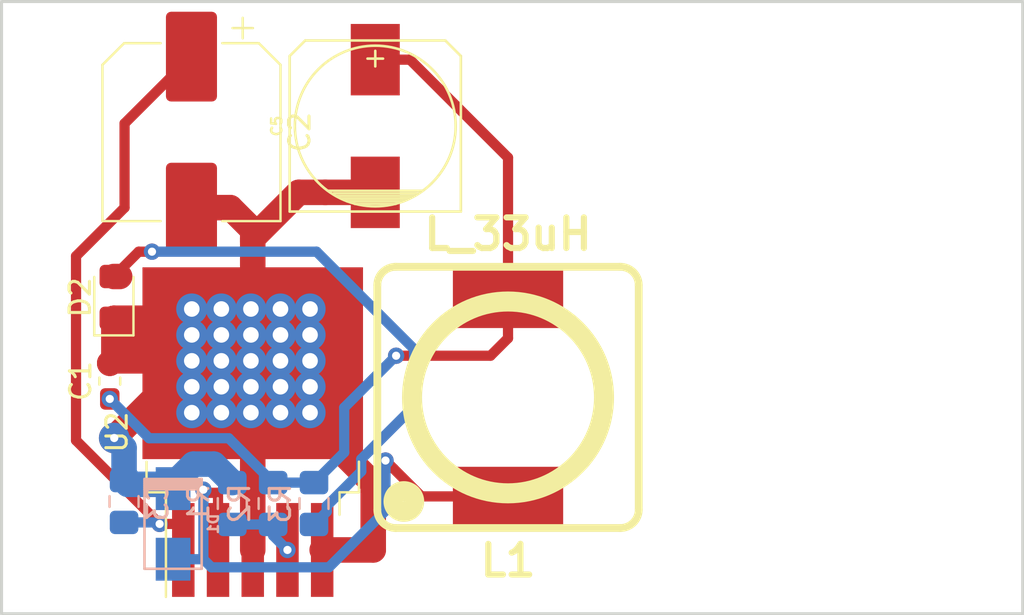
<source format=kicad_pcb>
(kicad_pcb (version 20171130) (host pcbnew 5.0.2-bee76a0~70~ubuntu18.04.1)

  (general
    (thickness 1.6)
    (drawings 4)
    (tracks 105)
    (zones 0)
    (modules 11)
    (nets 7)
  )

  (page A4)
  (layers
    (0 F.Cu signal)
    (31 B.Cu signal)
    (32 B.Adhes user)
    (33 F.Adhes user)
    (34 B.Paste user)
    (35 F.Paste user)
    (36 B.SilkS user)
    (37 F.SilkS user)
    (38 B.Mask user)
    (39 F.Mask user)
    (40 Dwgs.User user)
    (41 Cmts.User user)
    (42 Eco1.User user)
    (43 Eco2.User user)
    (44 Edge.Cuts user)
    (45 Margin user)
    (46 B.CrtYd user)
    (47 F.CrtYd user)
    (48 B.Fab user)
    (49 F.Fab user)
  )

  (setup
    (last_trace_width 0.5)
    (trace_clearance 0.2)
    (zone_clearance 0.508)
    (zone_45_only no)
    (trace_min 0.2)
    (segment_width 0.2)
    (edge_width 0.15)
    (via_size 0.8)
    (via_drill 0.4)
    (via_min_size 0.4)
    (via_min_drill 0.3)
    (uvia_size 0.3)
    (uvia_drill 0.1)
    (uvias_allowed no)
    (uvia_min_size 0.2)
    (uvia_min_drill 0.1)
    (pcb_text_width 0.3)
    (pcb_text_size 1.5 1.5)
    (mod_edge_width 0.15)
    (mod_text_size 1 1)
    (mod_text_width 0.15)
    (pad_size 1.524 1.524)
    (pad_drill 0.762)
    (pad_to_mask_clearance 0.051)
    (solder_mask_min_width 0.25)
    (aux_axis_origin 0 0)
    (visible_elements FFF9FFFF)
    (pcbplotparams
      (layerselection 0x010fc_ffffffff)
      (usegerberextensions false)
      (usegerberattributes false)
      (usegerberadvancedattributes false)
      (creategerberjobfile false)
      (excludeedgelayer true)
      (linewidth 0.100000)
      (plotframeref false)
      (viasonmask false)
      (mode 1)
      (useauxorigin false)
      (hpglpennumber 1)
      (hpglpenspeed 20)
      (hpglpendiameter 15.000000)
      (psnegative false)
      (psa4output false)
      (plotreference true)
      (plotvalue true)
      (plotinvisibletext false)
      (padsonsilk false)
      (subtractmaskfromsilk false)
      (outputformat 1)
      (mirror false)
      (drillshape 1)
      (scaleselection 1)
      (outputdirectory ""))
  )

  (net 0 "")
  (net 1 GND)
  (net 2 "Net-(D1-Pad1)")
  (net 3 "Net-(R1-Pad2)")
  (net 4 "Net-(D2-Pad2)")
  (net 5 +5V)
  (net 6 +12V)

  (net_class Default "This is the default net class."
    (clearance 0.2)
    (trace_width 0.5)
    (via_dia 0.8)
    (via_drill 0.4)
    (uvia_dia 0.3)
    (uvia_drill 0.1)
    (add_net +12V)
    (add_net +5V)
    (add_net "Net-(D1-Pad1)")
    (add_net "Net-(D2-Pad2)")
    (add_net "Net-(R1-Pad2)")
  )

  (net_class GND ""
    (clearance 0.2)
    (trace_width 1.25)
    (via_dia 1.5)
    (via_drill 0.4)
    (uvia_dia 0.3)
    (uvia_drill 0.1)
    (add_net GND)
  )

  (net_class PWR ""
    (clearance 0.2)
    (trace_width 0.75)
    (via_dia 1)
    (via_drill 0.4)
    (uvia_dia 0.3)
    (uvia_drill 0.1)
  )

  (module footprint-lib:TO-263-5_TabPin3,heat_drill (layer F.Cu) (tedit 5CC5CBA3) (tstamp 5CC890B9)
    (at 27.3 36.1 90)
    (descr "TO-263 / D2PAK / DDPAK SMD package, http://www.infineon.com/cms/en/product/packages/PG-TO263/PG-TO263-5-1/")
    (tags "D2PAK DDPAK TO-263 D2PAK-5 TO-263-5 SOT-426")
    (path /5BD391F5)
    (attr smd)
    (fp_text reference U2 (at 0 -6.65 90) (layer F.SilkS)
      (effects (font (size 1 1) (thickness 0.15)))
    )
    (fp_text value LM2596HVS (at 0 6.65 90) (layer F.Fab)
      (effects (font (size 1 1) (thickness 0.15)))
    )
    (fp_text user %R (at 0 0 90) (layer F.Fab)
      (effects (font (size 1 1) (thickness 0.15)))
    )
    (fp_line (start 8.32 -5.65) (end -8.32 -5.65) (layer F.CrtYd) (width 0.05))
    (fp_line (start 8.32 5.65) (end 8.32 -5.65) (layer F.CrtYd) (width 0.05))
    (fp_line (start -8.32 5.65) (end 8.32 5.65) (layer F.CrtYd) (width 0.05))
    (fp_line (start -8.32 -5.65) (end -8.32 5.65) (layer F.CrtYd) (width 0.05))
    (fp_line (start -2.95 4.25) (end -4.05 4.25) (layer F.SilkS) (width 0.12))
    (fp_line (start -2.95 5.2) (end -2.95 4.25) (layer F.SilkS) (width 0.12))
    (fp_line (start -1.45 5.2) (end -2.95 5.2) (layer F.SilkS) (width 0.12))
    (fp_line (start -2.95 -4.25) (end -8.075 -4.25) (layer F.SilkS) (width 0.12))
    (fp_line (start -2.95 -5.2) (end -2.95 -4.25) (layer F.SilkS) (width 0.12))
    (fp_line (start -1.45 -5.2) (end -2.95 -5.2) (layer F.SilkS) (width 0.12))
    (fp_line (start -7.45 3.8) (end -2.75 3.8) (layer F.Fab) (width 0.1))
    (fp_line (start -7.45 3) (end -7.45 3.8) (layer F.Fab) (width 0.1))
    (fp_line (start -2.75 3) (end -7.45 3) (layer F.Fab) (width 0.1))
    (fp_line (start -7.45 2.1) (end -2.75 2.1) (layer F.Fab) (width 0.1))
    (fp_line (start -7.45 1.3) (end -7.45 2.1) (layer F.Fab) (width 0.1))
    (fp_line (start -2.75 1.3) (end -7.45 1.3) (layer F.Fab) (width 0.1))
    (fp_line (start -7.45 0.4) (end -2.75 0.4) (layer F.Fab) (width 0.1))
    (fp_line (start -7.45 -0.4) (end -7.45 0.4) (layer F.Fab) (width 0.1))
    (fp_line (start -2.75 -0.4) (end -7.45 -0.4) (layer F.Fab) (width 0.1))
    (fp_line (start -7.45 -1.3) (end -2.75 -1.3) (layer F.Fab) (width 0.1))
    (fp_line (start -7.45 -2.1) (end -7.45 -1.3) (layer F.Fab) (width 0.1))
    (fp_line (start -2.75 -2.1) (end -7.45 -2.1) (layer F.Fab) (width 0.1))
    (fp_line (start -7.45 -3) (end -2.75 -3) (layer F.Fab) (width 0.1))
    (fp_line (start -7.45 -3.8) (end -7.45 -3) (layer F.Fab) (width 0.1))
    (fp_line (start -2.75 -3.8) (end -7.45 -3.8) (layer F.Fab) (width 0.1))
    (fp_line (start -1.75 -5) (end 6.5 -5) (layer F.Fab) (width 0.1))
    (fp_line (start -2.75 -4) (end -1.75 -5) (layer F.Fab) (width 0.1))
    (fp_line (start -2.75 5) (end -2.75 -4) (layer F.Fab) (width 0.1))
    (fp_line (start 6.5 5) (end -2.75 5) (layer F.Fab) (width 0.1))
    (fp_line (start 6.5 -5) (end 6.5 5) (layer F.Fab) (width 0.1))
    (fp_line (start 7.5 5) (end 6.5 5) (layer F.Fab) (width 0.1))
    (fp_line (start 7.5 -5) (end 7.5 5) (layer F.Fab) (width 0.1))
    (fp_line (start 6.5 -5) (end 7.5 -5) (layer F.Fab) (width 0.1))
    (pad 3 thru_hole circle (at 6.0325 1.3589 90) (size 1.524 1.524) (drill 0.762) (layers *.Cu *.Mask)
      (net 1 GND))
    (pad 3 thru_hole circle (at 6.0325 -1.5367 90) (size 1.524 1.524) (drill 0.762) (layers *.Cu *.Mask)
      (net 1 GND))
    (pad 3 thru_hole circle (at 6.0325 -2.9845 90) (size 1.524 1.524) (drill 0.762) (layers *.Cu *.Mask)
      (net 1 GND))
    (pad 3 thru_hole circle (at 6.0325 2.8067 90) (size 1.524 1.524) (drill 0.762) (layers *.Cu *.Mask)
      (net 1 GND))
    (pad 3 thru_hole circle (at 6.0325 -0.0889 90) (size 1.524 1.524) (drill 0.762) (layers *.Cu *.Mask)
      (net 1 GND))
    (pad 3 thru_hole circle (at 4.7625 -2.9845 90) (size 1.524 1.524) (drill 0.762) (layers *.Cu *.Mask)
      (net 1 GND))
    (pad 3 thru_hole circle (at 4.7625 -1.5367 90) (size 1.524 1.524) (drill 0.762) (layers *.Cu *.Mask)
      (net 1 GND))
    (pad 3 thru_hole circle (at 4.7625 2.8067 90) (size 1.524 1.524) (drill 0.762) (layers *.Cu *.Mask)
      (net 1 GND))
    (pad 3 thru_hole circle (at 4.7625 1.3589 90) (size 1.524 1.524) (drill 0.762) (layers *.Cu *.Mask)
      (net 1 GND))
    (pad 3 thru_hole circle (at 4.7625 -0.0889 90) (size 1.524 1.524) (drill 0.762) (layers *.Cu *.Mask)
      (net 1 GND))
    (pad 3 thru_hole circle (at 3.4925 1.3589 90) (size 1.524 1.524) (drill 0.762) (layers *.Cu *.Mask)
      (net 1 GND))
    (pad 3 thru_hole circle (at 3.4925 -1.5367 90) (size 1.524 1.524) (drill 0.762) (layers *.Cu *.Mask)
      (net 1 GND))
    (pad 3 thru_hole circle (at 3.4925 -2.9845 90) (size 1.524 1.524) (drill 0.762) (layers *.Cu *.Mask)
      (net 1 GND))
    (pad 3 thru_hole circle (at 3.4925 2.8067 90) (size 1.524 1.524) (drill 0.762) (layers *.Cu *.Mask)
      (net 1 GND))
    (pad 3 thru_hole circle (at 3.4925 -0.0889 90) (size 1.524 1.524) (drill 0.762) (layers *.Cu *.Mask)
      (net 1 GND))
    (pad 3 thru_hole circle (at 2.2225 -0.0889 90) (size 1.524 1.524) (drill 0.762) (layers *.Cu *.Mask)
      (net 1 GND))
    (pad 3 thru_hole circle (at 2.2225 1.3589 90) (size 1.524 1.524) (drill 0.762) (layers *.Cu *.Mask)
      (net 1 GND))
    (pad 3 thru_hole circle (at 2.2225 2.8067 90) (size 1.524 1.524) (drill 0.762) (layers *.Cu *.Mask)
      (net 1 GND))
    (pad 3 thru_hole circle (at 2.2225 -2.9845 90) (size 1.524 1.524) (drill 0.762) (layers *.Cu *.Mask)
      (net 1 GND))
    (pad 3 thru_hole circle (at 2.2225 -1.5367 90) (size 1.524 1.524) (drill 0.762) (layers *.Cu *.Mask)
      (net 1 GND))
    (pad 3 thru_hole circle (at 0.9525 2.8067 90) (size 1.524 1.524) (drill 0.762) (layers *.Cu *.Mask)
      (net 1 GND))
    (pad 3 thru_hole circle (at 0.9525 -0.0889 90) (size 1.524 1.524) (drill 0.762) (layers *.Cu *.Mask)
      (net 1 GND))
    (pad 3 thru_hole circle (at 0.9525 1.3589 90) (size 1.524 1.524) (drill 0.762) (layers *.Cu *.Mask)
      (net 1 GND))
    (pad 3 thru_hole circle (at 0.9525 -1.5367 90) (size 1.524 1.524) (drill 0.762) (layers *.Cu *.Mask)
      (net 1 GND))
    (pad 3 thru_hole circle (at 0.9525 -2.9845 90) (size 1.524 1.524) (drill 0.762) (layers *.Cu *.Mask)
      (net 1 GND))
    (pad "" smd rect (at 0.95 2.775 90) (size 4.55 5.25) (layers F.Paste))
    (pad "" smd rect (at 5.8 -2.775 90) (size 4.55 5.25) (layers F.Paste))
    (pad "" smd rect (at 0.95 -2.775 90) (size 4.55 5.25) (layers F.Paste))
    (pad "" smd rect (at 5.8 2.775 90) (size 4.55 5.25) (layers F.Paste))
    (pad 3 smd rect (at 3.375 0 90) (size 9.4 10.8) (layers F.Cu F.Mask)
      (net 1 GND))
    (pad 5 smd rect (at -5.775 3.4 90) (size 4.6 1.1) (layers F.Cu F.Paste F.Mask)
      (net 1 GND))
    (pad 4 smd rect (at -5.775 1.7 90) (size 4.6 1.1) (layers F.Cu F.Paste F.Mask)
      (net 3 "Net-(R1-Pad2)"))
    (pad 3 smd rect (at -5.775 0 90) (size 4.6 1.1) (layers F.Cu F.Paste F.Mask)
      (net 1 GND))
    (pad 2 smd rect (at -5.775 -1.7 90) (size 4.6 1.1) (layers F.Cu F.Paste F.Mask)
      (net 2 "Net-(D1-Pad1)"))
    (pad 1 smd rect (at -5.775 -3.4 90) (size 4.6 1.1) (layers F.Cu F.Paste F.Mask)
      (net 6 +12V))
    (model ${KISYS3DMOD}/Package_TO_SOT_SMD.3dshapes/TO-263-5_TabPin3.wrl
      (at (xyz 0 0 0))
      (scale (xyz 1 1 1))
      (rotate (xyz 0 0 0))
    )
  )

  (module Capacitor_SMD:CP_Elec_8x10.5 (layer F.Cu) (tedit 5BCA39D0) (tstamp 5CD2CF1F)
    (at 24.3 21.4 270)
    (descr "SMD capacitor, aluminum electrolytic, Vishay 0810, 8.0x10.5mm, http://www.vishay.com/docs/28395/150crz.pdf")
    (tags "capacitor electrolytic")
    (path /5CC5DA3B)
    (attr smd)
    (fp_text reference C2 (at 0 -5.3 270) (layer F.SilkS)
      (effects (font (size 1 1) (thickness 0.15)))
    )
    (fp_text value CP100uf,50V (at 0 5.3 270) (layer F.Fab)
      (effects (font (size 1 1) (thickness 0.15)))
    )
    (fp_circle (center 0 0) (end 4 0) (layer F.Fab) (width 0.1))
    (fp_line (start 4.25 -4.25) (end 4.25 4.25) (layer F.Fab) (width 0.1))
    (fp_line (start -3.25 -4.25) (end 4.25 -4.25) (layer F.Fab) (width 0.1))
    (fp_line (start -3.25 4.25) (end 4.25 4.25) (layer F.Fab) (width 0.1))
    (fp_line (start -4.25 -3.25) (end -4.25 3.25) (layer F.Fab) (width 0.1))
    (fp_line (start -4.25 -3.25) (end -3.25 -4.25) (layer F.Fab) (width 0.1))
    (fp_line (start -4.25 3.25) (end -3.25 4.25) (layer F.Fab) (width 0.1))
    (fp_line (start -3.562278 -1.5) (end -2.762278 -1.5) (layer F.Fab) (width 0.1))
    (fp_line (start -3.162278 -1.9) (end -3.162278 -1.1) (layer F.Fab) (width 0.1))
    (fp_line (start 4.36 4.36) (end 4.36 1.51) (layer F.SilkS) (width 0.12))
    (fp_line (start 4.36 -4.36) (end 4.36 -1.51) (layer F.SilkS) (width 0.12))
    (fp_line (start -3.295563 -4.36) (end 4.36 -4.36) (layer F.SilkS) (width 0.12))
    (fp_line (start -3.295563 4.36) (end 4.36 4.36) (layer F.SilkS) (width 0.12))
    (fp_line (start -4.36 3.295563) (end -4.36 1.51) (layer F.SilkS) (width 0.12))
    (fp_line (start -4.36 -3.295563) (end -4.36 -1.51) (layer F.SilkS) (width 0.12))
    (fp_line (start -4.36 -3.295563) (end -3.295563 -4.36) (layer F.SilkS) (width 0.12))
    (fp_line (start -4.36 3.295563) (end -3.295563 4.36) (layer F.SilkS) (width 0.12))
    (fp_line (start -5.6 -2.51) (end -4.6 -2.51) (layer F.SilkS) (width 0.12))
    (fp_line (start -5.1 -3.01) (end -5.1 -2.01) (layer F.SilkS) (width 0.12))
    (fp_line (start 4.5 -4.5) (end 4.5 -1.5) (layer F.CrtYd) (width 0.05))
    (fp_line (start 4.5 -1.5) (end 6.15 -1.5) (layer F.CrtYd) (width 0.05))
    (fp_line (start 6.15 -1.5) (end 6.15 1.5) (layer F.CrtYd) (width 0.05))
    (fp_line (start 6.15 1.5) (end 4.5 1.5) (layer F.CrtYd) (width 0.05))
    (fp_line (start 4.5 1.5) (end 4.5 4.5) (layer F.CrtYd) (width 0.05))
    (fp_line (start -3.35 4.5) (end 4.5 4.5) (layer F.CrtYd) (width 0.05))
    (fp_line (start -3.35 -4.5) (end 4.5 -4.5) (layer F.CrtYd) (width 0.05))
    (fp_line (start -4.5 3.35) (end -3.35 4.5) (layer F.CrtYd) (width 0.05))
    (fp_line (start -4.5 -3.35) (end -3.35 -4.5) (layer F.CrtYd) (width 0.05))
    (fp_line (start -4.5 -3.35) (end -4.5 -1.5) (layer F.CrtYd) (width 0.05))
    (fp_line (start -4.5 1.5) (end -4.5 3.35) (layer F.CrtYd) (width 0.05))
    (fp_line (start -4.5 -1.5) (end -6.15 -1.5) (layer F.CrtYd) (width 0.05))
    (fp_line (start -6.15 -1.5) (end -6.15 1.5) (layer F.CrtYd) (width 0.05))
    (fp_line (start -6.15 1.5) (end -4.5 1.5) (layer F.CrtYd) (width 0.05))
    (fp_text user %R (at 0 0 270) (layer F.Fab)
      (effects (font (size 1 1) (thickness 0.15)))
    )
    (pad 1 smd roundrect (at -3.7 0 270) (size 4.4 2.5) (layers F.Cu F.Paste F.Mask) (roundrect_rratio 0.1)
      (net 6 +12V))
    (pad 2 smd roundrect (at 3.7 0 270) (size 4.4 2.5) (layers F.Cu F.Paste F.Mask) (roundrect_rratio 0.1)
      (net 1 GND))
    (model ${KISYS3DMOD}/Capacitor_SMD.3dshapes/CP_Elec_8x10.5.wrl
      (at (xyz 0 0 0))
      (scale (xyz 1 1 1))
      (rotate (xyz 0 0 0))
    )
  )

  (module Capacitor_SMD:C_0603_1608Metric_Pad1.05x0.95mm_HandSolder (layer F.Cu) (tedit 5B301BBE) (tstamp 5CC8915C)
    (at 20.3 33.6 90)
    (descr "Capacitor SMD 0603 (1608 Metric), square (rectangular) end terminal, IPC_7351 nominal with elongated pad for handsoldering. (Body size source: http://www.tortai-tech.com/upload/download/2011102023233369053.pdf), generated with kicad-footprint-generator")
    (tags "capacitor handsolder")
    (path /5CC5D4C8)
    (attr smd)
    (fp_text reference C1 (at 0 -1.43 90) (layer F.SilkS)
      (effects (font (size 1 1) (thickness 0.15)))
    )
    (fp_text value C103,0603 (at 0 1.43 90) (layer F.Fab)
      (effects (font (size 1 1) (thickness 0.15)))
    )
    (fp_line (start -0.8 0.4) (end -0.8 -0.4) (layer F.Fab) (width 0.1))
    (fp_line (start -0.8 -0.4) (end 0.8 -0.4) (layer F.Fab) (width 0.1))
    (fp_line (start 0.8 -0.4) (end 0.8 0.4) (layer F.Fab) (width 0.1))
    (fp_line (start 0.8 0.4) (end -0.8 0.4) (layer F.Fab) (width 0.1))
    (fp_line (start -0.171267 -0.51) (end 0.171267 -0.51) (layer F.SilkS) (width 0.12))
    (fp_line (start -0.171267 0.51) (end 0.171267 0.51) (layer F.SilkS) (width 0.12))
    (fp_line (start -1.65 0.73) (end -1.65 -0.73) (layer F.CrtYd) (width 0.05))
    (fp_line (start -1.65 -0.73) (end 1.65 -0.73) (layer F.CrtYd) (width 0.05))
    (fp_line (start 1.65 -0.73) (end 1.65 0.73) (layer F.CrtYd) (width 0.05))
    (fp_line (start 1.65 0.73) (end -1.65 0.73) (layer F.CrtYd) (width 0.05))
    (fp_text user %R (at 0 0 90) (layer F.Fab)
      (effects (font (size 0.4 0.4) (thickness 0.06)))
    )
    (pad 1 smd roundrect (at -0.875 0 90) (size 1.05 0.95) (layers F.Cu F.Paste F.Mask) (roundrect_rratio 0.25)
      (net 5 +5V))
    (pad 2 smd roundrect (at 0.875 0 90) (size 1.05 0.95) (layers F.Cu F.Paste F.Mask) (roundrect_rratio 0.25)
      (net 1 GND))
    (model ${KISYS3DMOD}/Capacitor_SMD.3dshapes/C_0603_1608Metric.wrl
      (at (xyz 0 0 0))
      (scale (xyz 1 1 1))
      (rotate (xyz 0 0 0))
    )
  )

  (module w_smd_cap:c_elec_8x10.5 (layer F.Cu) (tedit 0) (tstamp 5CC5CFAA)
    (at 33.3 21.1 90)
    (descr "SMT capacitor, aluminium electrolytic, 8x10.5")
    (path /5BD4265B)
    (fp_text reference C5 (at 0 -4.826 90) (layer F.SilkS)
      (effects (font (size 0.50038 0.50038) (thickness 0.11938)))
    )
    (fp_text value CP220uf,35V (at 0 4.826 90) (layer F.SilkS) hide
      (effects (font (size 0.50038 0.50038) (thickness 0.11938)))
    )
    (fp_line (start -3.81 -1.016) (end -3.81 1.016) (layer F.SilkS) (width 0.127))
    (fp_line (start -3.683 1.397) (end -3.683 -1.397) (layer F.SilkS) (width 0.127))
    (fp_line (start -3.556 -1.651) (end -3.556 1.651) (layer F.SilkS) (width 0.127))
    (fp_line (start -3.429 1.905) (end -3.429 -1.905) (layer F.SilkS) (width 0.127))
    (fp_line (start -3.302 2.032) (end -3.302 -2.032) (layer F.SilkS) (width 0.127))
    (fp_line (start -3.175 -2.286) (end -3.175 2.286) (layer F.SilkS) (width 0.127))
    (fp_circle (center 0 0) (end 3.937 0) (layer F.SilkS) (width 0.127))
    (fp_line (start -4.191 -4.191) (end -4.191 4.191) (layer F.SilkS) (width 0.127))
    (fp_line (start -4.191 4.191) (end 3.429 4.191) (layer F.SilkS) (width 0.127))
    (fp_line (start 3.429 4.191) (end 4.191 3.429) (layer F.SilkS) (width 0.127))
    (fp_line (start 4.191 3.429) (end 4.191 -3.429) (layer F.SilkS) (width 0.127))
    (fp_line (start 4.191 -3.429) (end 3.429 -4.191) (layer F.SilkS) (width 0.127))
    (fp_line (start 3.429 -4.191) (end -4.191 -4.191) (layer F.SilkS) (width 0.127))
    (fp_line (start 3.683 0) (end 2.921 0) (layer F.SilkS) (width 0.127))
    (fp_line (start 3.302 -0.381) (end 3.302 0.381) (layer F.SilkS) (width 0.127))
    (pad 1 smd rect (at 3.2512 0 90) (size 3.50012 2.4003) (layers F.Cu F.Paste F.Mask)
      (net 5 +5V))
    (pad 2 smd rect (at -3.2512 0 90) (size 3.50012 2.4003) (layers F.Cu F.Paste F.Mask)
      (net 1 GND))
    (model ${HOME}/_workspace/kicad/kicad_library/smisioto-footprints/modules/packages3d/walter/smd_cap/c_elec_8x10_5.wrl
      (at (xyz 0 0 0))
      (scale (xyz 1 1 1))
      (rotate (xyz 0 0 0))
    )
  )

  (module Resistor_SMD:R_0805_2012Metric_Pad1.15x1.40mm_HandSolder (layer B.Cu) (tedit 5B36C52B) (tstamp 5BE26242)
    (at 30.3 39.6 270)
    (descr "Resistor SMD 0805 (2012 Metric), square (rectangular) end terminal, IPC_7351 nominal with elongated pad for handsoldering. (Body size source: https://docs.google.com/spreadsheets/d/1BsfQQcO9C6DZCsRaXUlFlo91Tg2WpOkGARC1WS5S8t0/edit?usp=sharing), generated with kicad-footprint-generator")
    (tags "resistor handsolder")
    (path /5BD4595D)
    (attr smd)
    (fp_text reference R3 (at 0 1.65 270) (layer B.SilkS)
      (effects (font (size 1 1) (thickness 0.15)) (justify mirror))
    )
    (fp_text value R511 (at 0 -1.65 270) (layer B.Fab)
      (effects (font (size 1 1) (thickness 0.15)) (justify mirror))
    )
    (fp_line (start -1 -0.6) (end -1 0.6) (layer B.Fab) (width 0.1))
    (fp_line (start -1 0.6) (end 1 0.6) (layer B.Fab) (width 0.1))
    (fp_line (start 1 0.6) (end 1 -0.6) (layer B.Fab) (width 0.1))
    (fp_line (start 1 -0.6) (end -1 -0.6) (layer B.Fab) (width 0.1))
    (fp_line (start -0.261252 0.71) (end 0.261252 0.71) (layer B.SilkS) (width 0.12))
    (fp_line (start -0.261252 -0.71) (end 0.261252 -0.71) (layer B.SilkS) (width 0.12))
    (fp_line (start -1.85 -0.95) (end -1.85 0.95) (layer B.CrtYd) (width 0.05))
    (fp_line (start -1.85 0.95) (end 1.85 0.95) (layer B.CrtYd) (width 0.05))
    (fp_line (start 1.85 0.95) (end 1.85 -0.95) (layer B.CrtYd) (width 0.05))
    (fp_line (start 1.85 -0.95) (end -1.85 -0.95) (layer B.CrtYd) (width 0.05))
    (fp_text user %R (at 0 0 270) (layer B.Fab)
      (effects (font (size 0.5 0.5) (thickness 0.08)) (justify mirror))
    )
    (pad 1 smd roundrect (at -1.025 0 270) (size 1.15 1.4) (layers B.Cu B.Paste B.Mask) (roundrect_rratio 0.217391)
      (net 5 +5V))
    (pad 2 smd roundrect (at 1.025 0 270) (size 1.15 1.4) (layers B.Cu B.Paste B.Mask) (roundrect_rratio 0.217391)
      (net 4 "Net-(D2-Pad2)"))
    (model ${KISYS3DMOD}/Resistor_SMD.3dshapes/R_0805_2012Metric.wrl
      (at (xyz 0 0 0))
      (scale (xyz 1 1 1))
      (rotate (xyz 0 0 0))
    )
  )

  (module LED_SMD:LED_0805_2012Metric_Pad1.15x1.40mm_HandSolder (layer F.Cu) (tedit 5B4B45C9) (tstamp 5BE258AD)
    (at 20.5 29.5 90)
    (descr "LED SMD 0805 (2012 Metric), square (rectangular) end terminal, IPC_7351 nominal, (Body size source: https://docs.google.com/spreadsheets/d/1BsfQQcO9C6DZCsRaXUlFlo91Tg2WpOkGARC1WS5S8t0/edit?usp=sharing), generated with kicad-footprint-generator")
    (tags "LED handsolder")
    (path /5BD45A8B)
    (attr smd)
    (fp_text reference D2 (at 0 -1.65 90) (layer F.SilkS)
      (effects (font (size 1 1) (thickness 0.15)))
    )
    (fp_text value 5V_STATUS (at 0 1.65 90) (layer F.Fab)
      (effects (font (size 1 1) (thickness 0.15)))
    )
    (fp_line (start 1 -0.6) (end -0.7 -0.6) (layer F.Fab) (width 0.1))
    (fp_line (start -0.7 -0.6) (end -1 -0.3) (layer F.Fab) (width 0.1))
    (fp_line (start -1 -0.3) (end -1 0.6) (layer F.Fab) (width 0.1))
    (fp_line (start -1 0.6) (end 1 0.6) (layer F.Fab) (width 0.1))
    (fp_line (start 1 0.6) (end 1 -0.6) (layer F.Fab) (width 0.1))
    (fp_line (start 1 -0.96) (end -1.86 -0.96) (layer F.SilkS) (width 0.12))
    (fp_line (start -1.86 -0.96) (end -1.86 0.96) (layer F.SilkS) (width 0.12))
    (fp_line (start -1.86 0.96) (end 1 0.96) (layer F.SilkS) (width 0.12))
    (fp_line (start -1.85 0.95) (end -1.85 -0.95) (layer F.CrtYd) (width 0.05))
    (fp_line (start -1.85 -0.95) (end 1.85 -0.95) (layer F.CrtYd) (width 0.05))
    (fp_line (start 1.85 -0.95) (end 1.85 0.95) (layer F.CrtYd) (width 0.05))
    (fp_line (start 1.85 0.95) (end -1.85 0.95) (layer F.CrtYd) (width 0.05))
    (fp_text user %R (at 0 0 90) (layer F.Fab)
      (effects (font (size 0.5 0.5) (thickness 0.08)))
    )
    (pad 1 smd roundrect (at -1.025 0 90) (size 1.15 1.4) (layers F.Cu F.Paste F.Mask) (roundrect_rratio 0.217391)
      (net 1 GND))
    (pad 2 smd roundrect (at 1.025 0 90) (size 1.15 1.4) (layers F.Cu F.Paste F.Mask) (roundrect_rratio 0.217391)
      (net 4 "Net-(D2-Pad2)"))
    (model ${KISYS3DMOD}/LED_SMD.3dshapes/LED_0805_2012Metric.wrl
      (at (xyz 0 0 0))
      (scale (xyz 1 1 1))
      (rotate (xyz 0 0 0))
    )
  )

  (module Capacitor_SMD:C_0805_2012Metric_Pad1.15x1.40mm_HandSolder (layer B.Cu) (tedit 5B36C52B) (tstamp 5BD443F0)
    (at 21 39.5 90)
    (descr "Capacitor SMD 0805 (2012 Metric), square (rectangular) end terminal, IPC_7351 nominal with elongated pad for handsoldering. (Body size source: https://docs.google.com/spreadsheets/d/1BsfQQcO9C6DZCsRaXUlFlo91Tg2WpOkGARC1WS5S8t0/edit?usp=sharing), generated with kicad-footprint-generator")
    (tags "capacitor handsolder")
    (path /5BD3AB56)
    (attr smd)
    (fp_text reference C3 (at 0 1.65 90) (layer B.SilkS)
      (effects (font (size 1 1) (thickness 0.15)) (justify mirror))
    )
    (fp_text value C103 (at 0 -1.65 90) (layer B.Fab)
      (effects (font (size 1 1) (thickness 0.15)) (justify mirror))
    )
    (fp_text user %R (at 0 0 90) (layer B.Fab)
      (effects (font (size 0.5 0.5) (thickness 0.08)) (justify mirror))
    )
    (fp_line (start 1.85 -0.95) (end -1.85 -0.95) (layer B.CrtYd) (width 0.05))
    (fp_line (start 1.85 0.95) (end 1.85 -0.95) (layer B.CrtYd) (width 0.05))
    (fp_line (start -1.85 0.95) (end 1.85 0.95) (layer B.CrtYd) (width 0.05))
    (fp_line (start -1.85 -0.95) (end -1.85 0.95) (layer B.CrtYd) (width 0.05))
    (fp_line (start -0.261252 -0.71) (end 0.261252 -0.71) (layer B.SilkS) (width 0.12))
    (fp_line (start -0.261252 0.71) (end 0.261252 0.71) (layer B.SilkS) (width 0.12))
    (fp_line (start 1 -0.6) (end -1 -0.6) (layer B.Fab) (width 0.1))
    (fp_line (start 1 0.6) (end 1 -0.6) (layer B.Fab) (width 0.1))
    (fp_line (start -1 0.6) (end 1 0.6) (layer B.Fab) (width 0.1))
    (fp_line (start -1 -0.6) (end -1 0.6) (layer B.Fab) (width 0.1))
    (pad 2 smd roundrect (at 1.025 0 90) (size 1.15 1.4) (layers B.Cu B.Paste B.Mask) (roundrect_rratio 0.217391)
      (net 1 GND))
    (pad 1 smd roundrect (at -1.025 0 90) (size 1.15 1.4) (layers B.Cu B.Paste B.Mask) (roundrect_rratio 0.217391)
      (net 6 +12V))
    (model ${KISYS3DMOD}/Capacitor_SMD.3dshapes/C_0805_2012Metric.wrl
      (at (xyz 0 0 0))
      (scale (xyz 1 1 1))
      (rotate (xyz 0 0 0))
    )
  )

  (module Resistor_SMD:R_0805_2012Metric_Pad1.15x1.40mm_HandSolder (layer B.Cu) (tedit 5B36C52B) (tstamp 5BD444E0)
    (at 28.3 39.6 270)
    (descr "Resistor SMD 0805 (2012 Metric), square (rectangular) end terminal, IPC_7351 nominal with elongated pad for handsoldering. (Body size source: https://docs.google.com/spreadsheets/d/1BsfQQcO9C6DZCsRaXUlFlo91Tg2WpOkGARC1WS5S8t0/edit?usp=sharing), generated with kicad-footprint-generator")
    (tags "resistor handsolder")
    (path /5BD424C3)
    (attr smd)
    (fp_text reference R2 (at 0 1.65 270) (layer B.SilkS)
      (effects (font (size 1 1) (thickness 0.15)) (justify mirror))
    )
    (fp_text value RVAR (at 0 -1.65 270) (layer B.Fab)
      (effects (font (size 1 1) (thickness 0.15)) (justify mirror))
    )
    (fp_text user %R (at 0 0 270) (layer B.Fab)
      (effects (font (size 0.5 0.5) (thickness 0.08)) (justify mirror))
    )
    (fp_line (start 1.85 -0.95) (end -1.85 -0.95) (layer B.CrtYd) (width 0.05))
    (fp_line (start 1.85 0.95) (end 1.85 -0.95) (layer B.CrtYd) (width 0.05))
    (fp_line (start -1.85 0.95) (end 1.85 0.95) (layer B.CrtYd) (width 0.05))
    (fp_line (start -1.85 -0.95) (end -1.85 0.95) (layer B.CrtYd) (width 0.05))
    (fp_line (start -0.261252 -0.71) (end 0.261252 -0.71) (layer B.SilkS) (width 0.12))
    (fp_line (start -0.261252 0.71) (end 0.261252 0.71) (layer B.SilkS) (width 0.12))
    (fp_line (start 1 -0.6) (end -1 -0.6) (layer B.Fab) (width 0.1))
    (fp_line (start 1 0.6) (end 1 -0.6) (layer B.Fab) (width 0.1))
    (fp_line (start -1 0.6) (end 1 0.6) (layer B.Fab) (width 0.1))
    (fp_line (start -1 -0.6) (end -1 0.6) (layer B.Fab) (width 0.1))
    (pad 2 smd roundrect (at 1.025 0 270) (size 1.15 1.4) (layers B.Cu B.Paste B.Mask) (roundrect_rratio 0.217391)
      (net 3 "Net-(R1-Pad2)"))
    (pad 1 smd roundrect (at -1.025 0 270) (size 1.15 1.4) (layers B.Cu B.Paste B.Mask) (roundrect_rratio 0.217391)
      (net 5 +5V))
    (model ${KISYS3DMOD}/Resistor_SMD.3dshapes/R_0805_2012Metric.wrl
      (at (xyz 0 0 0))
      (scale (xyz 1 1 1))
      (rotate (xyz 0 0 0))
    )
  )

  (module Resistor_SMD:R_0805_2012Metric_Pad1.15x1.40mm_HandSolder (layer B.Cu) (tedit 5B36C52B) (tstamp 5BD44300)
    (at 26.3 39.6 270)
    (descr "Resistor SMD 0805 (2012 Metric), square (rectangular) end terminal, IPC_7351 nominal with elongated pad for handsoldering. (Body size source: https://docs.google.com/spreadsheets/d/1BsfQQcO9C6DZCsRaXUlFlo91Tg2WpOkGARC1WS5S8t0/edit?usp=sharing), generated with kicad-footprint-generator")
    (tags "resistor handsolder")
    (path /5BD4141D)
    (attr smd)
    (fp_text reference R1 (at 0 1.65 270) (layer B.SilkS)
      (effects (font (size 1 1) (thickness 0.15)) (justify mirror))
    )
    (fp_text value R331 (at 0 -1.65 270) (layer B.Fab)
      (effects (font (size 1 1) (thickness 0.15)) (justify mirror))
    )
    (fp_line (start -1 -0.6) (end -1 0.6) (layer B.Fab) (width 0.1))
    (fp_line (start -1 0.6) (end 1 0.6) (layer B.Fab) (width 0.1))
    (fp_line (start 1 0.6) (end 1 -0.6) (layer B.Fab) (width 0.1))
    (fp_line (start 1 -0.6) (end -1 -0.6) (layer B.Fab) (width 0.1))
    (fp_line (start -0.261252 0.71) (end 0.261252 0.71) (layer B.SilkS) (width 0.12))
    (fp_line (start -0.261252 -0.71) (end 0.261252 -0.71) (layer B.SilkS) (width 0.12))
    (fp_line (start -1.85 -0.95) (end -1.85 0.95) (layer B.CrtYd) (width 0.05))
    (fp_line (start -1.85 0.95) (end 1.85 0.95) (layer B.CrtYd) (width 0.05))
    (fp_line (start 1.85 0.95) (end 1.85 -0.95) (layer B.CrtYd) (width 0.05))
    (fp_line (start 1.85 -0.95) (end -1.85 -0.95) (layer B.CrtYd) (width 0.05))
    (fp_text user %R (at 0.000001 -0.000001 270) (layer B.Fab)
      (effects (font (size 0.5 0.5) (thickness 0.08)) (justify mirror))
    )
    (pad 1 smd roundrect (at -1.025 0 270) (size 1.15 1.4) (layers B.Cu B.Paste B.Mask) (roundrect_rratio 0.217391)
      (net 1 GND))
    (pad 2 smd roundrect (at 1.025 0 270) (size 1.15 1.4) (layers B.Cu B.Paste B.Mask) (roundrect_rratio 0.217391)
      (net 3 "Net-(R1-Pad2)"))
    (model ${KISYS3DMOD}/Resistor_SMD.3dshapes/R_0805_2012Metric.wrl
      (at (xyz 0 0 0))
      (scale (xyz 1 1 1))
      (rotate (xyz 0 0 0))
    )
  )

  (module w_smd_diode:do214ac (layer B.Cu) (tedit 0) (tstamp 5BD441F9)
    (at 23.4 40.6 90)
    (descr DO214AC)
    (path /5BD40B9F)
    (fp_text reference D1 (at 0 1.9685 90) (layer B.SilkS)
      (effects (font (size 0.50038 0.50038) (thickness 0.11938)) (justify mirror))
    )
    (fp_text value 1N5824 (at 0 -1.9685 90) (layer B.SilkS) hide
      (effects (font (size 0.50038 0.50038) (thickness 0.11938)) (justify mirror))
    )
    (fp_line (start 2.10058 -1.39954) (end 2.10058 1.39954) (layer B.SilkS) (width 0.127))
    (fp_line (start 1.99898 1.39954) (end 1.99898 -1.39954) (layer B.SilkS) (width 0.127))
    (fp_line (start 1.89992 -1.39954) (end 1.89992 1.39954) (layer B.SilkS) (width 0.127))
    (fp_line (start 1.80086 1.39954) (end 1.80086 -1.39954) (layer B.SilkS) (width 0.127))
    (fp_line (start 1.69926 1.39954) (end 1.69926 -1.39954) (layer B.SilkS) (width 0.127))
    (fp_line (start 2.19964 1.39954) (end -2.19964 1.39954) (layer B.SilkS) (width 0.127))
    (fp_line (start -2.19964 1.39954) (end -2.19964 -1.39954) (layer B.SilkS) (width 0.127))
    (fp_line (start -2.19964 -1.39954) (end 2.19964 -1.39954) (layer B.SilkS) (width 0.127))
    (fp_line (start 2.19964 -1.39954) (end 2.19964 1.39954) (layer B.SilkS) (width 0.127))
    (pad 2 smd rect (at 1.72974 0 90) (size 2.10058 1.69926) (layers B.Cu B.Paste B.Mask)
      (net 1 GND))
    (pad 1 smd rect (at -1.72974 0 90) (size 2.10058 1.69926) (layers B.Cu B.Paste B.Mask)
      (net 2 "Net-(D1-Pad1)"))
    (model ${HOME}/_workspace/kicad/kicad_library/smisioto-footprints/modules/packages3d/walter/smd_diode/do214ac.wrl
      (at (xyz 0 0 0))
      (scale (xyz 1 1 1))
      (rotate (xyz 0 0 0))
    )
  )

  (module w_smd_inductors:inductor_smd_12.5x7.5mm (layer F.Cu) (tedit 5B631280) (tstamp 5BE2FAEA)
    (at 39.8 34.4 180)
    (descr "Inductor SMD, 12.5mm x h.7.5mm, Bourns SRR1280")
    (path /5BD412A6)
    (fp_text reference L1 (at 0 -8 180) (layer F.SilkS)
      (effects (font (size 1.5 1.5) (thickness 0.3)))
    )
    (fp_text value L_33uH (at 0 8 180) (layer F.SilkS)
      (effects (font (size 1.5 1.5) (thickness 0.3)))
    )
    (fp_line (start -5.5 -6.4) (end 5.5 -6.4) (layer F.SilkS) (width 0.381))
    (fp_line (start 6.4 -5.5) (end 6.4 5.5) (layer F.SilkS) (width 0.381))
    (fp_line (start -5.5 6.4) (end 5.5 6.4) (layer F.SilkS) (width 0.381))
    (fp_line (start -6.4 5.5) (end -6.4 -5.5) (layer F.SilkS) (width 0.381))
    (fp_circle (center 0 0) (end 5 0) (layer F.SilkS) (width 0.381))
    (fp_arc (start -5.5 -5.5) (end -6.4 -5.5) (angle 90) (layer F.SilkS) (width 0.381))
    (fp_arc (start 5.5 -5.5) (end 5.5 -6.4) (angle 90) (layer F.SilkS) (width 0.381))
    (fp_arc (start 5.5 5.5) (end 6.4 5.5) (angle 90) (layer F.SilkS) (width 0.381))
    (fp_arc (start -5.5 5.5) (end -5.5 6.4) (angle 90) (layer F.SilkS) (width 0.381))
    (fp_circle (center 0 0) (end 4.7 0) (layer F.SilkS) (width 0.381))
    (fp_circle (center 0 0) (end 4.4 0) (layer F.SilkS) (width 0.381))
    (fp_circle (center 5.1 -5.1) (end 5.6 -5.1) (layer F.SilkS) (width 0.381))
    (fp_circle (center 5.1 -5.1) (end 5.9 -5) (layer F.SilkS) (width 0.381))
    (fp_circle (center 5.1 -5.1) (end 5.3 -5.1) (layer F.SilkS) (width 0.381))
    (pad 2 smd rect (at 0 4.85 180) (size 5.4 2.9) (layers F.Cu F.Paste F.Mask)
      (net 5 +5V))
    (pad 1 smd rect (at 0 -4.85 180) (size 5.4 2.9) (layers F.Cu F.Paste F.Mask)
      (net 2 "Net-(D1-Pad1)"))
    (model ${HOME}/_workspace/kicad/kicad_library/smisioto-footprints/modules/packages3d/walter/smd_inductors/inductor_smd_12.5x7.5mm.wrl
      (at (xyz 0 0 0))
      (scale (xyz 1 1 1))
      (rotate (xyz 0 0 0))
    )
  )

  (gr_line (start 65 15) (end 15 15) (layer Edge.Cuts) (width 0.15) (tstamp 5BD442EB))
  (gr_line (start 65 45) (end 65 15) (layer Edge.Cuts) (width 0.15))
  (gr_line (start 15 45) (end 65 45) (layer Edge.Cuts) (width 0.15))
  (gr_line (start 15 15) (end 15 45) (layer Edge.Cuts) (width 0.15) (tstamp 5BD443D8))

  (segment (start 23.4 38.6602) (end 24.3913 37.6689) (width 1.25) (layer B.Cu) (net 1))
  (segment (start 24.3913 37.6689) (end 25.3939 37.6689) (width 1.25) (layer B.Cu) (net 1))
  (segment (start 25.3939 37.6689) (end 26.3 38.575) (width 1.25) (layer B.Cu) (net 1))
  (segment (start 23.4 38.8703) (end 23.4 38.6602) (width 1.25) (layer B.Cu) (net 1))
  (segment (start 23.4 38.6602) (end 21.1852 38.6602) (width 1.25) (layer B.Cu) (net 1))
  (segment (start 21.1852 38.6602) (end 21 38.475) (width 1.25) (layer B.Cu) (net 1))
  (segment (start 27.3 33.609) (end 27.3 38.3) (width 1.25) (layer F.Cu) (net 1))
  (segment (start 27.3 32.725) (end 27.3 33.609) (width 1.25) (layer F.Cu) (net 1))
  (segment (start 27.3 38.7) (end 27.3 38.3) (width 1.25) (layer F.Cu) (net 1))
  (segment (start 27.3 41.875) (end 27.3 38.7) (width 1.25) (layer F.Cu) (net 1))
  (segment (start 23.5406 33.3687) (end 22.032 31.8602) (width 1.25) (layer F.Cu) (net 1))
  (segment (start 27.3 32.725) (end 25.8296 32.725) (width 1.25) (layer F.Cu) (net 1))
  (segment (start 25.8296 32.725) (end 25.1858 33.3688) (width 1.25) (layer F.Cu) (net 1))
  (segment (start 25.1858 33.3688) (end 23.5406 33.3688) (width 1.25) (layer F.Cu) (net 1))
  (segment (start 23.5406 33.3688) (end 23.5406 33.3687) (width 1.25) (layer F.Cu) (net 1))
  (segment (start 22.032 31.8602) (end 21.944 31.8602) (width 1.25) (layer F.Cu) (net 1))
  (segment (start 20.7845 28.475) (end 20.5 28.475) (width 1.25) (layer F.Cu) (net 4))
  (segment (start 21.116 31.9264) (end 21.0986 31.9264) (width 1.25) (layer F.Cu) (net 1))
  (segment (start 21.0986 31.9264) (end 20.3 32.725) (width 1.25) (layer F.Cu) (net 1))
  (segment (start 21.944 31.8602) (end 21.1822 31.8602) (width 0.9516) (layer F.Cu) (net 1))
  (segment (start 21.1822 31.8602) (end 21.116 31.9264) (width 0.9516) (layer F.Cu) (net 1))
  (segment (start 20.5 32.525) (end 20.3 32.725) (width 1.25) (layer F.Cu) (net 1))
  (segment (start 20.5 30.525) (end 20.5 32.525) (width 1.25) (layer F.Cu) (net 1))
  (segment (start 25.1 30.525) (end 27.3 32.725) (width 1.25) (layer F.Cu) (net 1))
  (segment (start 20.5 30.525) (end 25.1 30.525) (width 1.25) (layer F.Cu) (net 1))
  (segment (start 27.3 32.725) (end 27.3 26.775) (width 1.25) (layer F.Cu) (net 1))
  (segment (start 26.2 25.1) (end 24.3 25.1) (width 1.25) (layer F.Cu) (net 1))
  (segment (start 27.3 26.775) (end 27.3 26.2) (width 1.25) (layer F.Cu) (net 1))
  (segment (start 27.3 26.2) (end 26.2 25.1) (width 1.25) (layer F.Cu) (net 1))
  (segment (start 30.84985 24.3512) (end 33.3 24.3512) (width 1.25) (layer F.Cu) (net 1))
  (segment (start 29.5488 24.3512) (end 30.84985 24.3512) (width 1.25) (layer F.Cu) (net 1))
  (segment (start 27.3 26.775) (end 27.3 26.6) (width 1.25) (layer F.Cu) (net 1))
  (segment (start 27.3 26.6) (end 29.5488 24.3512) (width 1.25) (layer F.Cu) (net 1))
  (segment (start 23.539117 33.3687) (end 21.267872 35.639945) (width 1.25) (layer F.Cu) (net 1))
  (segment (start 21.267872 35.639945) (end 20.517873 36.389944) (width 1.25) (layer F.Cu) (net 1))
  (segment (start 23.5406 33.3687) (end 23.539117 33.3687) (width 1.25) (layer F.Cu) (net 1))
  (segment (start 21 36.872071) (end 20.517873 36.389944) (width 1.25) (layer B.Cu) (net 1))
  (via (at 20.517873 36.389944) (size 1.5) (drill 0.4) (layers F.Cu B.Cu) (net 1))
  (segment (start 21 38.475) (end 21 36.872071) (width 1.25) (layer B.Cu) (net 1))
  (segment (start 25.1286 30.525) (end 27.2111 32.6075) (width 1.25) (layer F.Cu) (net 1))
  (segment (start 20.5 30.525) (end 25.1286 30.525) (width 1.25) (layer F.Cu) (net 1))
  (segment (start 21.3125 31.3375) (end 20.5 30.525) (width 1.25) (layer F.Cu) (net 1))
  (segment (start 24.3155 31.3375) (end 21.3125 31.3375) (width 1.25) (layer F.Cu) (net 1))
  (segment (start 20.4175 32.6075) (end 20.3 32.725) (width 1.25) (layer F.Cu) (net 1))
  (segment (start 24.3155 32.6075) (end 20.4175 32.6075) (width 1.25) (layer F.Cu) (net 1))
  (segment (start 33.2 38.625) (end 27.3 32.725) (width 1.25) (layer F.Cu) (net 1))
  (segment (start 33.2 41.875) (end 30.7 41.875) (width 1.25) (layer F.Cu) (net 1))
  (segment (start 33.2 41.875) (end 33.2 38.625) (width 1.25) (layer F.Cu) (net 1))
  (segment (start 24.0748 42.3297) (end 24.8828 42.3297) (width 0.5) (layer B.Cu) (net 2))
  (segment (start 24.8828 42.3297) (end 24.8828 38.922) (width 0.5) (layer B.Cu) (net 2))
  (segment (start 25.6 41.875) (end 25.6 39.075) (width 0.5) (layer F.Cu) (net 2))
  (segment (start 24.8828 38.922) (end 25.0358 39.075) (width 0.5) (layer F.Cu) (net 2))
  (segment (start 25.0358 39.075) (end 25.6 39.075) (width 0.5) (layer F.Cu) (net 2))
  (segment (start 23.4 42.3297) (end 24.0748 42.3297) (width 0.5) (layer B.Cu) (net 2))
  (via (at 24.8828 38.922) (size 0.8) (layers F.Cu B.Cu) (net 2))
  (segment (start 34.200789 37.893363) (end 33.80079 37.493364) (width 0.5) (layer F.Cu) (net 2))
  (segment (start 39.8 39.25) (end 35.557426 39.25) (width 0.5) (layer F.Cu) (net 2))
  (via (at 33.80079 37.493364) (size 0.8) (drill 0.4) (layers F.Cu B.Cu) (net 2))
  (segment (start 35.557426 39.25) (end 34.200789 37.893363) (width 0.5) (layer F.Cu) (net 2))
  (segment (start 24.8828 42.3297) (end 25.278102 42.725002) (width 0.5) (layer B.Cu) (net 2))
  (segment (start 33.80079 38.059049) (end 33.80079 37.493364) (width 0.5) (layer B.Cu) (net 2))
  (segment (start 25.278102 42.725002) (end 31.030498 42.725002) (width 0.5) (layer B.Cu) (net 2))
  (segment (start 31.030498 42.725002) (end 33.80079 39.95471) (width 0.5) (layer B.Cu) (net 2))
  (segment (start 33.80079 39.95471) (end 33.80079 38.059049) (width 0.5) (layer B.Cu) (net 2))
  (segment (start 26.3 40.625) (end 28.3 40.625) (width 0.5) (layer B.Cu) (net 3))
  (segment (start 28.3 40.625) (end 28.3 41.175) (width 0.5) (layer B.Cu) (net 3))
  (segment (start 28.3 41.175) (end 29 41.875) (width 0.5) (layer B.Cu) (net 3))
  (segment (start 29 41.875) (end 29 41.875) (width 0.5) (layer B.Cu) (net 3) (tstamp 5CD30520))
  (via (at 29 41.875) (size 0.8) (drill 0.4) (layers F.Cu B.Cu) (net 3))
  (via (at 22.3669 27.2585) (size 0.8) (layers F.Cu B.Cu) (net 4))
  (segment (start 21.7165 27.2585) (end 20.5 28.475) (width 0.5) (layer F.Cu) (net 4))
  (segment (start 22.3669 27.2585) (end 21.7165 27.2585) (width 0.5) (layer F.Cu) (net 4))
  (segment (start 30.923372 39.716594) (end 30.923372 40.001628) (width 0.5) (layer B.Cu) (net 4))
  (segment (start 22.3669 27.2585) (end 30.4265 27.2585) (width 0.5) (layer B.Cu) (net 4))
  (segment (start 35.1977 32.0297) (end 35.1977 34.83845) (width 0.5) (layer B.Cu) (net 4))
  (segment (start 30.4265 27.2585) (end 35.1977 32.0297) (width 0.5) (layer B.Cu) (net 4))
  (segment (start 30.923372 40.001628) (end 30.3 40.625) (width 0.5) (layer B.Cu) (net 4))
  (segment (start 32.613288 38.026678) (end 30.923372 39.716594) (width 0.5) (layer B.Cu) (net 4))
  (segment (start 35.1977 34.83845) (end 32.613288 37.422862) (width 0.5) (layer B.Cu) (net 4))
  (segment (start 32.613288 37.422862) (end 32.613288 38.026678) (width 0.5) (layer B.Cu) (net 4))
  (segment (start 34.3205 32.3574) (end 38.9426 32.3574) (width 0.5) (layer F.Cu) (net 5))
  (segment (start 38.9426 32.3574) (end 39.8 31.5) (width 0.5) (layer F.Cu) (net 5))
  (segment (start 39.8 29.55) (end 39.8 31.5) (width 0.5) (layer F.Cu) (net 5))
  (segment (start 28.3 38.575) (end 30.3 38.575) (width 0.5) (layer B.Cu) (net 5))
  (via (at 34.3205 32.3574) (size 0.8) (layers F.Cu B.Cu) (net 5))
  (segment (start 35.00015 17.8488) (end 33.3 17.8488) (width 0.5) (layer F.Cu) (net 5))
  (segment (start 39.8 22.64865) (end 35.00015 17.8488) (width 0.5) (layer F.Cu) (net 5))
  (segment (start 39.8 29.55) (end 39.8 22.64865) (width 0.5) (layer F.Cu) (net 5))
  (via (at 20.3 34.475) (size 0.8) (drill 0.4) (layers F.Cu B.Cu) (net 5))
  (segment (start 22.225 36.4) (end 20.3 34.475) (width 0.5) (layer B.Cu) (net 5))
  (segment (start 28.3 38.575) (end 26.125 36.4) (width 0.5) (layer B.Cu) (net 5))
  (segment (start 26.125 36.4) (end 22.225 36.4) (width 0.5) (layer B.Cu) (net 5))
  (segment (start 31.7779 34.9) (end 31.7779 37.0971) (width 0.5) (layer B.Cu) (net 5))
  (segment (start 31.7779 37.0971) (end 30.3 38.575) (width 0.5) (layer B.Cu) (net 5))
  (segment (start 34.3205 32.3574) (end 31.7779 34.9) (width 0.5) (layer B.Cu) (net 5))
  (segment (start 22.7414 40.6) (end 23.9 40.6) (width 0.5) (layer F.Cu) (net 6))
  (segment (start 23.9 41.875) (end 23.9 40.6) (width 0.5) (layer F.Cu) (net 6))
  (segment (start 21 40.525) (end 22.6664 40.525) (width 0.5) (layer B.Cu) (net 6))
  (segment (start 22.6664 40.525) (end 22.7414 40.6) (width 0.5) (layer B.Cu) (net 6))
  (via (at 22.7414 40.6) (size 0.8) (layers F.Cu B.Cu) (net 6))
  (segment (start 22.7414 40.6) (end 18.6478 36.5064) (width 0.5) (layer F.Cu) (net 6))
  (segment (start 18.6478 36.5064) (end 18.6478 27.4761) (width 0.5) (layer F.Cu) (net 6))
  (segment (start 18.6478 27.4761) (end 21.0239 25.1) (width 0.5) (layer F.Cu) (net 6))
  (segment (start 21.0239 20.9761) (end 24.3 17.7) (width 0.5) (layer F.Cu) (net 6))
  (segment (start 21.0239 25.1) (end 21.0239 20.9761) (width 0.5) (layer F.Cu) (net 6))

)

</source>
